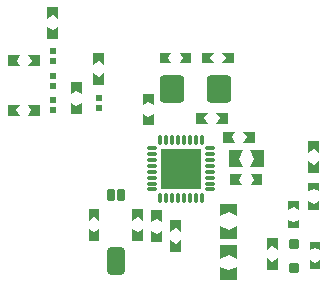
<source format=gtp>
G04*
G04 #@! TF.GenerationSoftware,Altium Limited,Altium Designer,19.1.7 (138)*
G04*
G04 Layer_Color=8421504*
%FSLAX24Y24*%
%MOIN*%
G70*
G01*
G75*
%ADD18O,0.0110X0.0335*%
%ADD19O,0.0335X0.0110*%
%ADD20R,0.1358X0.1358*%
G04:AMPARAMS|DCode=21|XSize=43.3mil|YSize=23.6mil|CornerRadius=5.9mil|HoleSize=0mil|Usage=FLASHONLY|Rotation=270.000|XOffset=0mil|YOffset=0mil|HoleType=Round|Shape=RoundedRectangle|*
%AMROUNDEDRECTD21*
21,1,0.0433,0.0118,0,0,270.0*
21,1,0.0315,0.0236,0,0,270.0*
1,1,0.0118,-0.0059,-0.0157*
1,1,0.0118,-0.0059,0.0157*
1,1,0.0118,0.0059,0.0157*
1,1,0.0118,0.0059,-0.0157*
%
%ADD21ROUNDEDRECTD21*%
G04:AMPARAMS|DCode=22|XSize=94.5mil|YSize=59.1mil|CornerRadius=14.8mil|HoleSize=0mil|Usage=FLASHONLY|Rotation=270.000|XOffset=0mil|YOffset=0mil|HoleType=Round|Shape=RoundedRectangle|*
%AMROUNDEDRECTD22*
21,1,0.0945,0.0295,0,0,270.0*
21,1,0.0650,0.0591,0,0,270.0*
1,1,0.0295,-0.0148,-0.0325*
1,1,0.0295,-0.0148,0.0325*
1,1,0.0295,0.0148,0.0325*
1,1,0.0295,0.0148,-0.0325*
%
%ADD22ROUNDEDRECTD22*%
G04:AMPARAMS|DCode=23|XSize=90.6mil|YSize=82.7mil|CornerRadius=12.4mil|HoleSize=0mil|Usage=FLASHONLY|Rotation=90.000|XOffset=0mil|YOffset=0mil|HoleType=Round|Shape=RoundedRectangle|*
%AMROUNDEDRECTD23*
21,1,0.0906,0.0579,0,0,90.0*
21,1,0.0657,0.0827,0,0,90.0*
1,1,0.0248,0.0289,0.0329*
1,1,0.0248,0.0289,-0.0329*
1,1,0.0248,-0.0289,-0.0329*
1,1,0.0248,-0.0289,0.0329*
%
%ADD23ROUNDEDRECTD23*%
%ADD24R,0.0236X0.0217*%
G04:AMPARAMS|DCode=25|XSize=31.5mil|YSize=35.4mil|CornerRadius=7.9mil|HoleSize=0mil|Usage=FLASHONLY|Rotation=90.000|XOffset=0mil|YOffset=0mil|HoleType=Round|Shape=RoundedRectangle|*
%AMROUNDEDRECTD25*
21,1,0.0315,0.0197,0,0,90.0*
21,1,0.0157,0.0354,0,0,90.0*
1,1,0.0157,0.0098,0.0079*
1,1,0.0157,0.0098,-0.0079*
1,1,0.0157,-0.0098,-0.0079*
1,1,0.0157,-0.0098,0.0079*
%
%ADD25ROUNDEDRECTD25*%
G36*
X8839Y19154D02*
X8661Y19272D01*
X8484Y19154D01*
Y19547D01*
X8839D01*
Y19154D01*
D02*
G37*
G36*
Y18484D02*
X8484D01*
Y18878D01*
X8661Y18760D01*
X8839Y18878D01*
Y18484D01*
D02*
G37*
G36*
X14705Y17657D02*
X14311D01*
X14429Y17835D01*
X14311Y18012D01*
X14705D01*
Y17657D01*
D02*
G37*
G36*
X13917Y17835D02*
X14035Y17657D01*
X13642D01*
Y18012D01*
X14035D01*
X13917Y17835D01*
D02*
G37*
G36*
X13287Y17657D02*
X12894D01*
X13012Y17834D01*
X12894Y18011D01*
X13287D01*
Y17657D01*
D02*
G37*
G36*
X12500Y17834D02*
X12618Y17657D01*
X12224D01*
Y18011D01*
X12618D01*
X12500Y17834D01*
D02*
G37*
G36*
X10374Y17614D02*
X10197Y17732D01*
X10020Y17614D01*
Y18008D01*
X10374D01*
Y17614D01*
D02*
G37*
G36*
X8248Y17569D02*
X7854D01*
X7972Y17746D01*
X7854Y17923D01*
X8248D01*
Y17569D01*
D02*
G37*
G36*
X7461Y17746D02*
X7579Y17569D01*
X7185D01*
Y17923D01*
X7579D01*
X7461Y17746D01*
D02*
G37*
G36*
X10374Y16945D02*
X10020D01*
Y17339D01*
X10197Y17220D01*
X10374Y17339D01*
Y16945D01*
D02*
G37*
G36*
X9626Y16629D02*
X9449Y16747D01*
X9272Y16629D01*
Y17023D01*
X9626D01*
Y16629D01*
D02*
G37*
G36*
X12028Y16260D02*
X11850Y16378D01*
X11673Y16260D01*
Y16654D01*
X12028D01*
Y16260D01*
D02*
G37*
G36*
X9626Y15960D02*
X9272D01*
Y16353D01*
X9449Y16235D01*
X9626Y16353D01*
Y15960D01*
D02*
G37*
G36*
X8228Y15915D02*
X7835D01*
X7953Y16093D01*
X7835Y16270D01*
X8228D01*
Y15915D01*
D02*
G37*
G36*
X7441Y16093D02*
X7559Y15915D01*
X7165D01*
Y16270D01*
X7559D01*
X7441Y16093D01*
D02*
G37*
G36*
X12028Y15591D02*
X11673D01*
Y15984D01*
X11850Y15866D01*
X12028Y15984D01*
Y15591D01*
D02*
G37*
G36*
X14508Y15650D02*
X14114D01*
X14232Y15827D01*
X14114Y16004D01*
X14508D01*
Y15650D01*
D02*
G37*
G36*
X13720Y15827D02*
X13839Y15650D01*
X13445D01*
Y16004D01*
X13839D01*
X13720Y15827D01*
D02*
G37*
G36*
X15413Y15020D02*
X15020D01*
X15138Y15197D01*
X15020Y15374D01*
X15413D01*
Y15020D01*
D02*
G37*
G36*
X14626Y15197D02*
X14744Y15020D01*
X14350D01*
Y15374D01*
X14744D01*
X14626Y15197D01*
D02*
G37*
G36*
X17539Y14679D02*
X17362Y14797D01*
X17185Y14679D01*
Y15073D01*
X17539D01*
Y14679D01*
D02*
G37*
G36*
Y14010D02*
X17185D01*
Y14403D01*
X17362Y14285D01*
X17539Y14403D01*
Y14010D01*
D02*
G37*
G36*
X15699Y14203D02*
X15246D01*
X15374Y14488D01*
X15246Y14774D01*
X15699D01*
Y14203D01*
D02*
G37*
G36*
X14862Y14488D02*
X14990Y14203D01*
X14537D01*
Y14774D01*
X14990D01*
X14862Y14488D01*
D02*
G37*
G36*
X15650Y13602D02*
X15256D01*
X15374Y13780D01*
X15256Y13957D01*
X15650D01*
Y13602D01*
D02*
G37*
G36*
X14862Y13780D02*
X14980Y13602D01*
X14587D01*
Y13957D01*
X14980D01*
X14862Y13780D01*
D02*
G37*
G36*
X17539Y13396D02*
X17362Y13474D01*
X17185Y13396D01*
Y13671D01*
X17539D01*
Y13396D01*
D02*
G37*
G36*
Y12786D02*
X17185D01*
Y13061D01*
X17362Y12983D01*
X17539Y13061D01*
Y12786D01*
D02*
G37*
G36*
X16870Y12785D02*
X16693Y12864D01*
X16516Y12785D01*
Y13061D01*
X16870D01*
Y12785D01*
D02*
G37*
G36*
X14803Y12569D02*
X14528Y12697D01*
X14252Y12569D01*
Y12982D01*
X14803D01*
Y12569D01*
D02*
G37*
G36*
X11673Y12421D02*
X11496Y12539D01*
X11319Y12421D01*
Y12815D01*
X11673D01*
Y12421D01*
D02*
G37*
G36*
X10217D02*
X10039Y12539D01*
X9862Y12421D01*
Y12815D01*
X10217D01*
Y12421D01*
D02*
G37*
G36*
X16870Y12175D02*
X16516D01*
Y12451D01*
X16693Y12372D01*
X16870Y12451D01*
Y12175D01*
D02*
G37*
G36*
X12303Y12362D02*
X12126Y12480D01*
X11949Y12362D01*
Y12756D01*
X12303D01*
Y12362D01*
D02*
G37*
G36*
X14803Y11821D02*
X14252D01*
Y12234D01*
X14528Y12106D01*
X14803Y12234D01*
Y11821D01*
D02*
G37*
G36*
X12933Y12047D02*
X12756Y12165D01*
X12579Y12047D01*
Y12441D01*
X12933D01*
Y12047D01*
D02*
G37*
G36*
X11673Y11752D02*
X11319D01*
Y12146D01*
X11496Y12028D01*
X11673Y12146D01*
Y11752D01*
D02*
G37*
G36*
X10217D02*
X9862D01*
Y12146D01*
X10039Y12028D01*
X10217Y12146D01*
Y11752D01*
D02*
G37*
G36*
X12303Y11693D02*
X11949D01*
Y12087D01*
X12126Y11968D01*
X12303Y12087D01*
Y11693D01*
D02*
G37*
G36*
X12933Y11378D02*
X12579D01*
Y11772D01*
X12756Y11654D01*
X12933Y11772D01*
Y11378D01*
D02*
G37*
G36*
X16161Y11437D02*
X15984Y11555D01*
X15807Y11437D01*
Y11831D01*
X16161D01*
Y11437D01*
D02*
G37*
G36*
X17579Y11427D02*
X17402Y11506D01*
X17224Y11427D01*
Y11703D01*
X17579D01*
Y11427D01*
D02*
G37*
G36*
X14813Y11142D02*
X14528Y11270D01*
X14242Y11142D01*
Y11595D01*
X14813D01*
Y11142D01*
D02*
G37*
G36*
X16161Y10768D02*
X15807D01*
Y11161D01*
X15984Y11043D01*
X16161Y11161D01*
Y10768D01*
D02*
G37*
G36*
X17579Y10817D02*
X17224D01*
Y11093D01*
X17402Y11014D01*
X17579Y11093D01*
Y10817D01*
D02*
G37*
G36*
X14813Y10433D02*
X14242D01*
Y10886D01*
X14528Y10758D01*
X14813Y10886D01*
Y10433D01*
D02*
G37*
D18*
X12244Y15118D02*
D03*
X12441D02*
D03*
X12638D02*
D03*
X12835D02*
D03*
X13032D02*
D03*
X13228D02*
D03*
X13425D02*
D03*
X13622D02*
D03*
Y13169D02*
D03*
X13425D02*
D03*
X13228D02*
D03*
X13032D02*
D03*
X12835D02*
D03*
X12638D02*
D03*
X12441D02*
D03*
X12244D02*
D03*
D19*
X13907Y14833D02*
D03*
Y14636D02*
D03*
Y14439D02*
D03*
Y14242D02*
D03*
Y14045D02*
D03*
Y13848D02*
D03*
Y13652D02*
D03*
Y13455D02*
D03*
X11959D02*
D03*
Y13652D02*
D03*
Y13848D02*
D03*
Y14045D02*
D03*
Y14242D02*
D03*
Y14439D02*
D03*
Y14636D02*
D03*
Y14833D02*
D03*
D20*
X12933Y14144D02*
D03*
D21*
X10591Y13268D02*
D03*
X10945D02*
D03*
D22*
X10768Y11083D02*
D03*
D23*
X14213Y16817D02*
D03*
X12638D02*
D03*
D24*
X10197Y16167D02*
D03*
Y16502D02*
D03*
X8661Y16427D02*
D03*
Y16093D02*
D03*
Y17254D02*
D03*
Y16919D02*
D03*
Y18081D02*
D03*
Y17746D02*
D03*
D25*
X16693Y11627D02*
D03*
Y10827D02*
D03*
M02*

</source>
